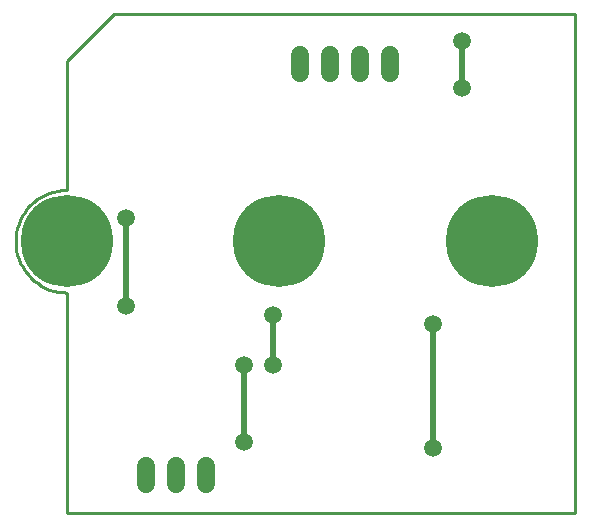
<source format=gbr>
G04 EAGLE Gerber RS-274X export*
G75*
%MOMM*%
%FSLAX34Y34*%
%LPD*%
%INBottom Copper*%
%IPPOS*%
%AMOC8*
5,1,8,0,0,1.08239X$1,22.5*%
G01*
%ADD10C,1.524000*%
%ADD11C,7.800000*%
%ADD12C,1.500000*%
%ADD13C,0.508000*%
%ADD14C,0.254000*%


D10*
X67300Y24180D02*
X67300Y39420D01*
X92700Y39420D02*
X92700Y24180D01*
X118100Y24180D02*
X118100Y39420D01*
X197300Y372380D02*
X197300Y387620D01*
X222700Y387620D02*
X222700Y372380D01*
X248100Y372380D02*
X248100Y387620D01*
X273500Y387620D02*
X273500Y372380D01*
D11*
X0Y230000D03*
D12*
X50000Y250000D03*
X50000Y175000D03*
D13*
X50000Y250000D01*
D12*
X150000Y125000D03*
X150000Y60000D03*
X175000Y125000D03*
X175000Y167500D03*
D13*
X175000Y125000D01*
X150000Y125000D02*
X150000Y60000D01*
D12*
X335000Y360000D03*
X335000Y400000D03*
D13*
X335000Y360000D01*
D11*
X360000Y230000D03*
D12*
X310000Y160000D03*
X310000Y55000D03*
D13*
X310000Y160000D01*
D11*
X180000Y230000D03*
D14*
X0Y0D02*
X430135Y0D01*
X430135Y422500D01*
X40000Y422500D01*
X0Y382500D01*
X0Y273428D01*
X-3784Y273251D01*
X-7539Y272745D01*
X-11235Y271913D01*
X-14845Y270763D01*
X-18341Y269302D01*
X-21696Y267542D01*
X-24885Y265496D01*
X-27883Y263181D01*
X-30669Y260612D01*
X-33219Y257811D01*
X-35516Y254798D01*
X-37542Y251597D01*
X-39281Y248231D01*
X-40720Y244726D01*
X-41848Y241109D01*
X-42656Y237408D01*
X-43139Y233650D01*
X-43293Y229865D01*
X-43116Y226080D01*
X-42609Y222325D01*
X-41778Y218629D01*
X-40627Y215019D01*
X-39166Y211524D01*
X-37407Y208169D01*
X-35361Y204980D01*
X-33045Y201981D01*
X-30477Y199196D01*
X-27676Y196645D01*
X-24663Y194348D01*
X-21461Y192323D01*
X-18095Y190584D01*
X-14591Y189145D01*
X-10974Y188017D01*
X-7272Y187208D01*
X-3515Y186725D01*
X0Y186572D01*
X0Y0D01*
M02*

</source>
